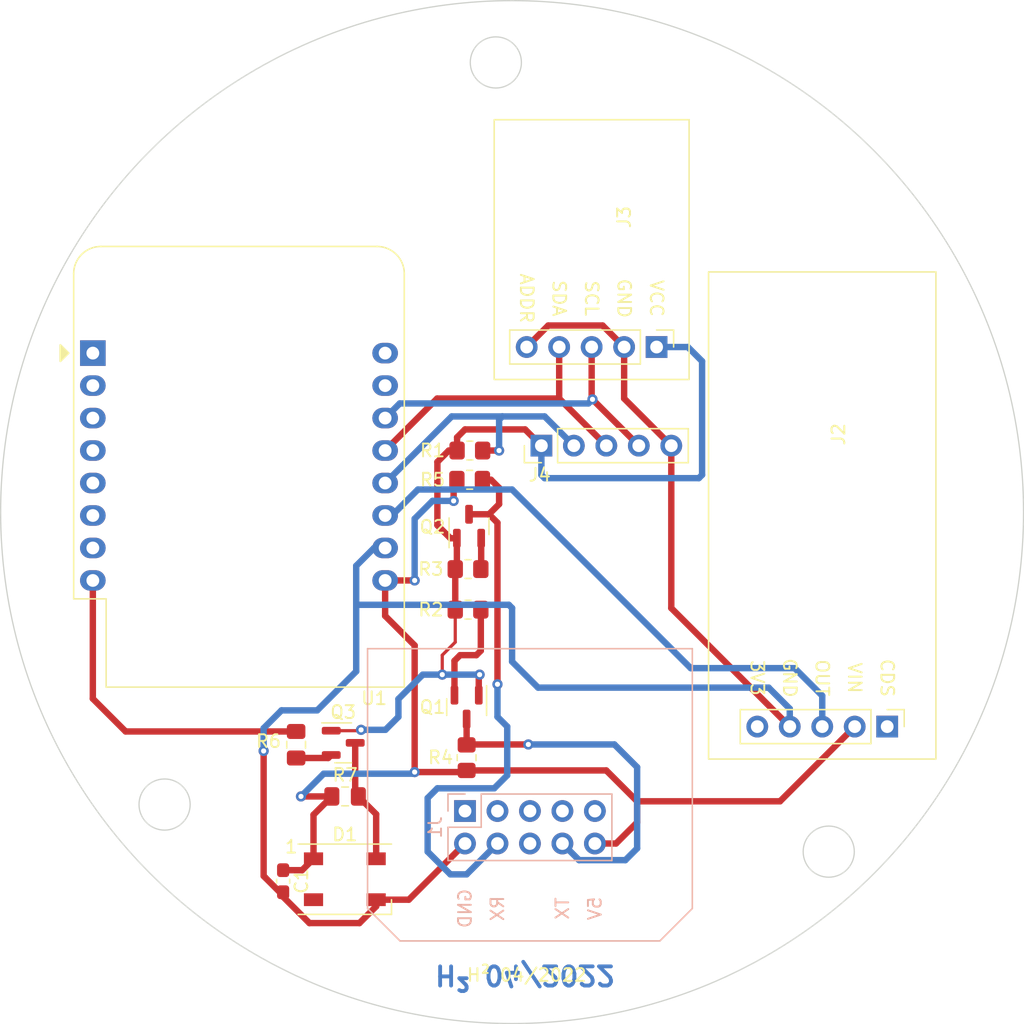
<source format=kicad_pcb>
(kicad_pcb (version 20211014) (generator pcbnew)
  (layers (0 "F.Cu" signal) (31 "B.Cu" signal) (34 "B.Paste" user) (35 "F.Paste" user) (36 "B.SilkS" user "B.Silkscreen") (37 "F.SilkS" user "F.Silkscreen") (38 "B.Mask" user) (39 "F.Mask" user) (44 "Edge.Cuts" user))
  (net 0 "")
  (net 1 "GND")
  (net 2 "Net-(D1-Pad4)")
  (net 5 "+5V")
  (net 11 "CDS")
  (net 12 "RCWL_OUT")
  (net 21 "RX_KNX")
  (net 22 "TX_KNX")
  (net 23 "+3V3")
  (net 24 "SEN_SCL")
  (net 25 "SEN_SDA")
  (net 26 "SEN_OW")
  (net 27 "ESP_RX")
  (net 28 "ESP_TX")
  (net 29 "NEOP")
  (net 30 "TX_ESP")
  (net 31 "RX_ESP")
  (footprint "H2Com:BH1750" (layer "F.Cu") (at 116.84 100.108 -90)
    (fp_text reference "J3" (at -22.86 2.54 90) (layer "F.SilkS"))
    (fp_text value "BH1750")
    (fp_text user "SCL" (at -16.51 5.08 -90 unlocked) (layer "F.SilkS"))
    (fp_text user "GND" (at -16.51 2.54 -90 unlocked) (layer "F.SilkS"))
    (fp_text user "VCC" (at -16.51 0 -90 unlocked) (layer "F.SilkS"))
    (fp_text user "SDA" (at -16.51 7.62 -90 unlocked) (layer "F.SilkS"))
    (fp_text user "ADDR" (at -16.51 10.16 -90 unlocked) (layer "F.SilkS"))
    (fp_line (start -14.03 1.27) (end -11.37 1.27) (layer "F.SilkS") (width 0.12))
    (fp_line (start -11.37 1.27) (end -11.37 11.49) (layer "F.SilkS") (width 0.12))
    (fp_line (start -14.03 -1.33) (end -12.7 -1.33) (layer "F.SilkS") (width 0.12))
    (fp_line (start -14.03 0) (end -14.03 -1.33) (layer "F.SilkS") (width 0.12))
    (fp_line (start -14.03 11.49) (end -11.37 11.49) (layer "F.SilkS") (width 0.12))
    (fp_line (start -14.03 1.27) (end -14.03 11.49) (layer "F.SilkS") (width 0.12))
    (fp_rect (start -30.48 -2.54) (end -10.16 12.7) (layer "F.SilkS") (width 0.12) (fill none))
    (pad "1" thru_hole rect (at -12.7 0 270) (size 1.7 1.7) (drill 1) (layers *.Cu *.Mask) (net 23 "+3V3"))
    (pad "2" thru_hole oval (at -12.7 2.54 270) (size 1.7 1.7) (drill 1) (layers *.Cu *.Mask) (net 1 "GND"))
    (pad "3" thru_hole oval (at -12.7 5.08 270) (size 1.7 1.7) (drill 1) (layers *.Cu *.Mask) (net 24 "SEN_SCL"))
    (pad "4" thru_hole oval (at -12.7 7.62 270) (size 1.7 1.7) (drill 1) (layers *.Cu *.Mask) (net 25 "SEN_SDA"))
    (pad "5" thru_hole oval (at -12.7 10.16 270) (size 1.7 1.7) (drill 1) (layers *.Cu *.Mask) (net 1 "GND"))
  )
  (footprint "Capacitor_SMD:C_0603_1608Metric_Pad1.08x0.95mm_HandSolder" (layer "F.Cu") (at 87.63 129.1855 -90)
    (fp_text reference "C1" (at 0 -1.43 90) (layer "F.SilkS"))
    (fp_text value "100n")
    (fp_line (start -0.146267 0.51) (end 0.146267 0.51) (layer "F.SilkS") (width 0.12))
    (fp_line (start -0.146267 -0.51) (end 0.146267 -0.51) (layer "F.SilkS") (width 0.12))
    (pad "1" smd roundrect locked (at -0.8625 0 270) (size 1.075 0.95) (layers "F.Cu" "F.Paste" "F.Mask") (net 5 "+5V"))
    (pad "2" smd roundrect locked (at 0.8625 0 270) (size 1.075 0.95) (layers "F.Cu" "F.Paste" "F.Mask") (net 1 "GND"))
  )
  (footprint "Resistor_SMD:R_0805_2012Metric_Pad1.20x1.40mm_HandSolder" (layer "F.Cu") (at 101.981 119.523 90)
    (fp_text reference "R4" (at 0.016 -2.032 180) (layer "F.SilkS"))
    (fp_text value "4k7")
    (fp_line (start -0.227064 -0.735) (end 0.227064 -0.735) (layer "F.SilkS") (width 0.12))
    (fp_line (start -0.227064 0.735) (end 0.227064 0.735) (layer "F.SilkS") (width 0.12))
    (pad "1" smd roundrect locked (at -1 0 90) (size 1.2 1.4) (layers "F.Cu" "F.Paste" "F.Mask") (roundrect_rratio 0.2083333333) (net 5 "+5V"))
    (pad "2" smd roundrect locked (at 1 0 90) (size 1.2 1.4) (layers "F.Cu" "F.Paste" "F.Mask") (roundrect_rratio 0.2083333333) (net 22 "TX_KNX"))
  )
  (footprint "Module:WEMOS_D1_mini_light" (layer "F.Cu") (at 72.748 87.884)
    (fp_text reference "U1" (at 22 27) (layer "F.SilkS"))
    (fp_text value "WeMos_D1_mini")
    (fp_line (start -1.5 19.22) (end -1.5 -6.21) (layer "F.SilkS") (width 0.12))
    (fp_line (start 1.04 26.12) (end 24.36 26.12) (layer "F.SilkS") (width 0.12))
    (fp_line (start 22.24 -8.34) (end 0.63 -8.34) (layer "F.SilkS") (width 0.12))
    (fp_line (start -1.5 19.22) (end 1.04 19.22) (layer "F.SilkS") (width 0.12))
    (fp_line (start 24.36 26.12) (end 24.36 -6.21) (layer "F.SilkS") (width 0.12))
    (fp_line (start 1.04 19.22) (end 1.04 26.12) (layer "F.SilkS") (width 0.12))
    (fp_arc (start 22.23 -8.34) (mid 23.736137 -7.716137) (end 24.36 -6.21) (layer "F.SilkS") (width 0.12))
    (fp_arc (start -1.5 -6.21) (mid -0.876137 -7.716137) (end 0.63 -8.34) (layer "F.SilkS") (width 0.12))
    (fp_poly (pts (xy -2.54 -0.635) (xy -2.54 0.635) (xy -1.905 0)) (layer "F.SilkS") (width 0.15) (fill solid))
    (pad "1" thru_hole rect locked (at 0 0) (size 2 2) (drill 1) (layers *.Cu *.Mask))
    (pad "2" thru_hole oval locked (at 0 2.54) (size 2 1.6) (drill 1) (layers *.Cu *.Mask))
    (pad "3" thru_hole oval locked (at 0 5.08) (size 2 1.6) (drill 1) (layers *.Cu *.Mask))
    (pad "4" thru_hole oval locked (at 0 7.62) (size 2 1.6) (drill 1) (layers *.Cu *.Mask))
    (pad "5" thru_hole oval locked (at 0 10.16) (size 2 1.6) (drill 1) (layers *.Cu *.Mask))
    (pad "6" thru_hole oval locked (at 0 12.7) (size 2 1.6) (drill 1) (layers *.Cu *.Mask))
    (pad "7" thru_hole oval locked (at 0 15.24) (size 2 1.6) (drill 1) (layers *.Cu *.Mask))
    (pad "8" thru_hole oval locked (at 0 17.78) (size 2 1.6) (drill 1) (layers *.Cu *.Mask) (net 23 "+3V3"))
    (pad "9" thru_hole oval locked (at 22.86 17.78) (size 2 1.6) (drill 1) (layers *.Cu *.Mask) (net 5 "+5V"))
    (pad "10" thru_hole oval locked (at 22.86 15.24) (size 2 1.6) (drill 1) (layers *.Cu *.Mask) (net 1 "GND"))
    (pad "11" thru_hole oval locked (at 22.86 12.7) (size 2 1.6) (drill 1) (layers *.Cu *.Mask) (net 12 "RCWL_OUT"))
    (pad "12" thru_hole oval locked (at 22.86 10.16) (size 2 1.6) (drill 1) (layers *.Cu *.Mask) (net 26 "SEN_OW"))
    (pad "13" thru_hole oval locked (at 22.86 7.62) (size 2 1.6) (drill 1) (layers *.Cu *.Mask) (net 25 "SEN_SDA"))
    (pad "14" thru_hole oval locked (at 22.86 5.08) (size 2 1.6) (drill 1) (layers *.Cu *.Mask) (net 24 "SEN_SCL"))
    (pad "15" thru_hole oval locked (at 22.86 2.54) (size 2 1.6) (drill 1) (layers *.Cu *.Mask) (net 30 "TX_ESP"))
    (pad "16" thru_hole oval locked (at 22.86 0) (size 2 1.6) (drill 1) (layers *.Cu *.Mask) (net 31 "RX_ESP"))
  )
  (footprint "H2Com:RCWL0516" (layer "F.Cu") (at 123.444 101.854 -90)
    (fp_text reference "J2" (at -7.62 -7.62 90) (layer "F.SilkS"))
    (fp_text value "RCWL-0516")
    (fp_text user "OUT" (at 11.43 -6.35 -90 unlocked) (layer "F.SilkS"))
    (fp_text user "GND" (at 11.43 -3.81 -90 unlocked) (layer "F.SilkS"))
    (fp_text user "3V3" (at 11.43 -1.27 -90 unlocked) (layer "F.SilkS"))
    (fp_text user "VIN" (at 11.43 -8.89 -90 unlocked) (layer "F.SilkS"))
    (fp_text user "CDS" (at 11.43 -11.43 -90 unlocked) (layer "F.SilkS"))
    (fp_line (start 13.91 -10.16) (end 16.57 -10.16) (layer "F.SilkS") (width 0.12))
    (fp_line (start 16.57 -10.16) (end 16.57 0.06) (layer "F.SilkS") (width 0.12))
    (fp_line (start 13.91 -12.76) (end 15.24 -12.76) (layer "F.SilkS") (width 0.12))
    (fp_line (start 13.91 0.06) (end 16.57 0.06) (layer "F.SilkS") (width 0.12))
    (fp_line (start 13.91 -10.16) (end 13.91 0.06) (layer "F.SilkS") (width 0.12))
    (fp_line (start 13.91 -11.43) (end 13.91 -12.76) (layer "F.SilkS") (width 0.12))
    (fp_rect (start -20.32 -15.24) (end 17.78 2.54) (layer "F.SilkS") (width 0.12) (fill none))
    (pad "1" thru_hole rect (at 15.24 -11.43 270) (size 1.7 1.7) (drill 1) (layers *.Cu *.Mask) (net 11 "CDS"))
    (pad "2" thru_hole oval (at 15.24 -8.89 270) (size 1.7 1.7) (drill 1) (layers *.Cu *.Mask) (net 5 "+5V"))
    (pad "3" thru_hole oval (at 15.24 -6.35 270) (size 1.7 1.7) (drill 1) (layers *.Cu *.Mask) (net 12 "RCWL_OUT"))
    (pad "4" thru_hole oval (at 15.24 -3.81 270) (size 1.7 1.7) (drill 1) (layers *.Cu *.Mask) (net 1 "GND"))
    (pad "5" thru_hole oval (at 15.24 -1.27 270) (size 1.7 1.7) (drill 1) (layers *.Cu *.Mask))
  )
  (footprint "Package_TO_SOT_SMD:SOT-23" (layer "F.Cu") (at 101.981 115.57 -90)
    (fp_text reference "Q1" (at 0 2.667 180) (layer "F.SilkS"))
    (fp_text value "BSS138")
    (fp_line (start 0 1.56) (end 0.65 1.56) (layer "F.SilkS") (width 0.12))
    (fp_line (start 0 -1.56) (end 0.65 -1.56) (layer "F.SilkS") (width 0.12))
    (fp_line (start 0 -1.56) (end -1.675 -1.56) (layer "F.SilkS") (width 0.12))
    (fp_line (start 0 1.56) (end -0.65 1.56) (layer "F.SilkS") (width 0.12))
    (pad "1" smd roundrect locked (at -0.9375 -0.95 270) (size 1.475 0.6) (layers "F.Cu" "F.Paste" "F.Mask") (net 23 "+3V3"))
    (pad "2" smd roundrect locked (at -0.9375 0.95 270) (size 1.475 0.6) (layers "F.Cu" "F.Paste" "F.Mask") (net 27 "ESP_RX"))
    (pad "3" smd roundrect locked (at 0.9375 0 270) (size 1.475 0.6) (layers "F.Cu" "F.Paste" "F.Mask") (net 22 "TX_KNX"))
  )
  (footprint "Capacitor_SMD:C_0805_2012Metric_Pad1.18x1.45mm_HandSolder" (layer "F.Cu") (at 92.4775 122.555)
    (fp_text reference "R7" (at 0 -1.68) (layer "F.SilkS"))
    (fp_text value "4k7")
    (fp_line (start -0.261252 -0.735) (end 0.261252 -0.735) (layer "F.SilkS") (width 0.12))
    (fp_line (start -0.261252 0.735) (end 0.261252 0.735) (layer "F.SilkS") (width 0.12))
    (pad "1" smd roundrect locked (at -1.0375 0) (size 1.175 1.45) (layers "F.Cu" "F.Paste" "F.Mask") (roundrect_rratio 0.2127659574) (net 5 "+5V"))
    (pad "2" smd roundrect locked (at 1.0375 0) (size 1.175 1.45) (layers "F.Cu" "F.Paste" "F.Mask") (roundrect_rratio 0.2127659574) (net 2 "Net-(D1-Pad4)"))
  )
  (footprint "Resistor_SMD:R_0805_2012Metric_Pad1.20x1.40mm_HandSolder" (layer "F.Cu") (at 102.092 107.95)
    (fp_text reference "R2" (at -2.905 0 180) (layer "F.SilkS"))
    (fp_text value "4k7")
    (fp_line (start -0.227064 -0.735) (end 0.227064 -0.735) (layer "F.SilkS") (width 0.12))
    (fp_line (start -0.227064 0.735) (end 0.227064 0.735) (layer "F.SilkS") (width 0.12))
    (pad "1" smd roundrect locked (at -1 0) (size 1.2 1.4) (layers "F.Cu" "F.Paste" "F.Mask") (roundrect_rratio 0.2083333333) (net 23 "+3V3"))
    (pad "2" smd roundrect locked (at 1 0) (size 1.2 1.4) (layers "F.Cu" "F.Paste" "F.Mask") (roundrect_rratio 0.2083333333) (net 27 "ESP_RX"))
  )
  (footprint "Resistor_SMD:R_0805_2012Metric_Pad1.20x1.40mm_HandSolder" (layer "F.Cu") (at 102.235 95.504)
    (fp_text reference "R1" (at -2.921 0) (layer "F.SilkS"))
    (fp_text value "10k")
    (fp_line (start -0.227064 0.735) (end 0.227064 0.735) (layer "F.SilkS") (width 0.12))
    (fp_line (start -0.227064 -0.735) (end 0.227064 -0.735) (layer "F.SilkS") (width 0.12))
    (pad "1" smd roundrect locked (at -1 0) (size 1.2 1.4) (layers "F.Cu" "F.Paste" "F.Mask") (roundrect_rratio 0.2083333333) (net 23 "+3V3"))
    (pad "2" smd roundrect locked (at 1 0) (size 1.2 1.4) (layers "F.Cu" "F.Paste" "F.Mask") (roundrect_rratio 0.2083333333) (net 26 "SEN_OW"))
  )
  (footprint "Capacitor_SMD:C_0805_2012Metric_Pad1.18x1.45mm_HandSolder" (layer "F.Cu") (at 88.646 118.5125 -90)
    (fp_text reference "R6" (at -0.2755 2.159 180) (layer "F.SilkS"))
    (fp_text value "4k7")
    (fp_line (start -0.261252 -0.735) (end 0.261252 -0.735) (layer "F.SilkS") (width 0.12))
    (fp_line (start -0.261252 0.735) (end 0.261252 0.735) (layer "F.SilkS") (width 0.12))
    (pad "1" smd roundrect locked (at -1.0375 0 270) (size 1.175 1.45) (layers "F.Cu" "F.Paste" "F.Mask") (roundrect_rratio 0.2127659574) (net 23 "+3V3"))
    (pad "2" smd roundrect locked (at 1.0375 0 270) (size 1.175 1.45) (layers "F.Cu" "F.Paste" "F.Mask") (roundrect_rratio 0.2127659574) (net 29 "NEOP"))
  )
  (footprint "Resistor_SMD:R_0805_2012Metric_Pad1.20x1.40mm_HandSolder" (layer "F.Cu") (at 102.219 97.79)
    (fp_text reference "R5" (at -2.905 0 180) (layer "F.SilkS"))
    (fp_text value "4k7")
    (fp_line (start -0.227064 -0.735) (end 0.227064 -0.735) (layer "F.SilkS") (width 0.12))
    (fp_line (start -0.227064 0.735) (end 0.227064 0.735) (layer "F.SilkS") (width 0.12))
    (pad "1" smd roundrect locked (at -1 0) (size 1.2 1.4) (layers "F.Cu" "F.Paste" "F.Mask") (roundrect_rratio 0.2083333333) (net 5 "+5V"))
    (pad "2" smd roundrect locked (at 1 0) (size 1.2 1.4) (layers "F.Cu" "F.Paste" "F.Mask") (roundrect_rratio 0.2083333333) (net 21 "RX_KNX"))
  )
  (footprint "LED_SMD:LED_WS2812B_PLCC4_5.0x5.0mm_P3.2mm" (layer "F.Cu") (at 92.456 129.032)
    (fp_text reference "D1" (at 0 -3.5) (layer "F.SilkS"))
    (fp_text value "WS2812B")
    (fp_text user "1" (at -4.191 -2.54) (layer "F.SilkS"))
    (fp_line (start -3.65 2.75) (end 3.65 2.75) (layer "F.SilkS") (width 0.12))
    (fp_line (start -3.65 -2.75) (end 3.65 -2.75) (layer "F.SilkS") (width 0.12))
    (fp_line (start 3.65 2.75) (end 3.65 1.6) (layer "F.SilkS") (width 0.12))
    (pad "1" smd rect locked (at -2.45 -1.6) (size 1.5 1) (layers "F.Cu" "F.Paste" "F.Mask") (net 5 "+5V"))
    (pad "2" smd rect locked (at -2.45 1.6) (size 1.5 1) (layers "F.Cu" "F.Paste" "F.Mask"))
    (pad "3" smd rect locked (at 2.45 1.6) (size 1.5 1) (layers "F.Cu" "F.Paste" "F.Mask") (net 1 "GND"))
    (pad "4" smd rect locked (at 2.45 -1.6) (size 1.5 1) (layers "F.Cu" "F.Paste" "F.Mask") (net 2 "Net-(D1-Pad4)"))
  )
  (footprint "Connector_PinHeader_2.54mm:PinHeader_1x05_P2.54mm_Vertical" (layer "F.Cu") (at 107.828 95.123 90)
    (fp_text reference "J4" (at -2.286 -0.127 180) (layer "F.SilkS"))
    (fp_text value "SENCON")
    (fp_line (start -1.33 1.27) (end -1.33 11.49) (layer "F.SilkS") (width 0.12))
    (fp_line (start -1.33 1.27) (end 1.33 1.27) (layer "F.SilkS") (width 0.12))
    (fp_line (start -1.33 11.49) (end 1.33 11.49) (layer "F.SilkS") (width 0.12))
    (fp_line (start 1.33 1.27) (end 1.33 11.49) (layer "F.SilkS") (width 0.12))
    (fp_line (start -1.33 -1.33) (end 0 -1.33) (layer "F.SilkS") (width 0.12))
    (fp_line (start -1.33 0) (end -1.33 -1.33) (layer "F.SilkS") (width 0.12))
    (pad "1" thru_hole rect locked (at 0 0 90) (size 1.7 1.7) (drill 1) (layers *.Cu *.Mask) (net 23 "+3V3"))
    (pad "2" thru_hole oval locked (at 0 2.54 90) (size 1.7 1.7) (drill 1) (layers *.Cu *.Mask) (net 26 "SEN_OW"))
    (pad "3" thru_hole oval locked (at 0 5.08 90) (size 1.7 1.7) (drill 1) (layers *.Cu *.Mask) (net 25 "SEN_SDA"))
    (pad "4" thru_hole oval locked (at 0 7.62 90) (size 1.7 1.7) (drill 1) (layers *.Cu *.Mask) (net 24 "SEN_SCL"))
    (pad "5" thru_hole oval locked (at 0 10.16 90) (size 1.7 1.7) (drill 1) (layers *.Cu *.Mask) (net 1 "GND"))
  )
  (footprint "Resistor_SMD:R_0805_2012Metric_Pad1.20x1.40mm_HandSolder" (layer "F.Cu") (at 102.092 104.775)
    (fp_text reference "R3" (at -2.905 0 180) (layer "F.SilkS"))
    (fp_text value "4k7")
    (fp_line (start -0.227064 -0.735) (end 0.227064 -0.735) (layer "F.SilkS") (width 0.12))
    (fp_line (start -0.227064 0.735) (end 0.227064 0.735) (layer "F.SilkS") (width 0.12))
    (pad "1" smd roundrect locked (at -1 0) (size 1.2 1.4) (layers "F.Cu" "F.Paste" "F.Mask") (roundrect_rratio 0.2083333333) (net 23 "+3V3"))
    (pad "2" smd roundrect locked (at 1 0) (size 1.2 1.4) (layers "F.Cu" "F.Paste" "F.Mask") (roundrect_rratio 0.2083333333) (net 28 "ESP_TX"))
  )
  (footprint "Package_TO_SOT_SMD:SOT-23" (layer "F.Cu") (at 92.329 118.364)
    (fp_text reference "Q3" (at 0 -2.4) (layer "F.SilkS"))
    (fp_text value "BSS138")
    (fp_line (start 0 -1.56) (end 0.65 -1.56) (layer "F.SilkS") (width 0.12))
    (fp_line (start 0 1.56) (end -0.65 1.56) (layer "F.SilkS") (width 0.12))
    (fp_line (start 0 1.56) (end 0.65 1.56) (layer "F.SilkS") (width 0.12))
    (fp_line (start 0 -1.56) (end -1.675 -1.56) (layer "F.SilkS") (width 0.12))
    (pad "1" smd roundrect locked (at -0.9375 -0.95) (size 1.475 0.6) (layers "F.Cu" "F.Paste" "F.Mask") (net 23 "+3V3"))
    (pad "2" smd roundrect locked (at -0.9375 0.95) (size 1.475 0.6) (layers "F.Cu" "F.Paste" "F.Mask") (net 29 "NEOP"))
    (pad "3" smd roundrect locked (at 0.9375 0) (size 1.475 0.6) (layers "F.Cu" "F.Paste" "F.Mask") (net 2 "Net-(D1-Pad4)"))
  )
  (footprint "Package_TO_SOT_SMD:SOT-23" (layer "F.Cu") (at 102.169 101.4245 90)
    (fp_text reference "Q2" (at -0.0485 -2.855 180) (layer "F.SilkS"))
    (fp_text value "BSS138")
    (fp_line (start 0 -1.56) (end -1.675 -1.56) (layer "F.SilkS") (width 0.12))
    (fp_line (start 0 1.56) (end 0.65 1.56) (layer "F.SilkS") (width 0.12))
    (fp_line (start 0 1.56) (end -0.65 1.56) (layer "F.SilkS") (width 0.12))
    (fp_line (start 0 -1.56) (end 0.65 -1.56) (layer "F.SilkS") (width 0.12))
    (pad "1" smd roundrect locked (at -0.9375 -0.95 90) (size 1.475 0.6) (layers "F.Cu" "F.Paste" "F.Mask") (net 23 "+3V3"))
    (pad "2" smd roundrect locked (at -0.9375 0.95 90) (size 1.475 0.6) (layers "F.Cu" "F.Paste" "F.Mask") (net 28 "ESP_TX"))
    (pad "3" smd roundrect locked (at 0.9375 0 90) (size 1.475 0.6) (layers "F.Cu" "F.Paste" "F.Mask") (net 21 "RX_KNX"))
  )
  (footprint "H2Com:TPUart" (layer "B.Cu") (at 101.854 126.238 -90)
    (fp_text reference "J1" (at -1.27 2.33 90) (layer "B.SilkS") (effects (justify mirror)))
    (fp_text value "TPUart")
    (fp_text user "GND" (at 5.08 0 90 unlocked) (layer "B.SilkS") (effects (justify mirror)))
    (fp_text user "RX" (at 5.08 -2.54 90 unlocked) (layer "B.SilkS") (effects (justify mirror)))
    (fp_text user "TX" (at 5.08 -7.62 90 unlocked) (layer "B.SilkS") (effects (justify mirror)))
    (fp_text user "5V" (at 5.08 -10.16 90 unlocked) (layer "B.SilkS") (effects (justify mirror)))
    (fp_line (start 7.62 -15.24) (end 5.08 -17.78) (layer "B.SilkS") (width 0.12))
    (fp_line (start 5.08 7.62) (end 7.62 5.08) (layer "B.SilkS") (width 0.12))
    (fp_line (start -1.27 -1.27) (end -1.27 1.33) (layer "B.SilkS") (width 0.12))
    (fp_line (start -15.24 -17.78) (end -15.24 7.62) (layer "B.SilkS") (width 0.12))
    (fp_line (start -3.87 0) (end -3.87 1.33) (layer "B.SilkS") (width 0.12))
    (fp_line (start 7.62 5.08) (end 7.62 -15.24) (layer "B.SilkS") (width 0.12))
    (fp_line (start -15.24 7.62) (end 5.08 7.62) (layer "B.SilkS") (width 0.12))
    (fp_line (start -3.87 -1.27) (end -3.87 -11.49) (layer "B.SilkS") (width 0.12))
    (fp_line (start -3.87 -1.27) (end -1.27 -1.27) (layer "B.SilkS") (width 0.12))
    (fp_line (start 1.33 1.33) (end 1.33 -11.49) (layer "B.SilkS") (width 0.12))
    (fp_line (start 5.08 -17.78) (end -15.24 -17.78) (layer "B.SilkS") (width 0.12))
    (fp_line (start -3.87 -11.49) (end 1.33 -11.49) (layer "B.SilkS") (width 0.12))
    (fp_line (start -1.27 1.33) (end 1.33 1.33) (layer "B.SilkS") (width 0.12))
    (fp_line (start -3.87 1.33) (end -2.54 1.33) (layer "B.SilkS") (width 0.12))
    (pad "1" thru_hole oval (at 0 0 270) (size 1.7 1.7) (drill 1) (layers *.Cu *.Mask) (net 1 "GND"))
    (pad "2" thru_hole oval (at 0 -2.54 270) (size 1.7 1.7) (drill 1) (layers *.Cu *.Mask) (net 21 "RX_KNX"))
    (pad "3" thru_hole oval (at 0 -5.08 270) (size 1.7 1.7) (drill 1) (layers *.Cu *.Mask))
    (pad "4" thru_hole oval (at 0 -7.62 270) (size 1.7 1.7) (drill 1) (layers *.Cu *.Mask) (net 22 "TX_KNX"))
    (pad "5" thru_hole oval (at 0 -10.16 270) (size 1.7 1.7) (drill 1) (layers *.Cu *.Mask) (net 5 "+5V"))
    (pad "6" thru_hole oval (at -2.54 -10.16 270) (size 1.7 1.7) (drill 1) (layers *.Cu *.Mask))
    (pad "7" thru_hole oval (at -2.54 -7.62 270) (size 1.7 1.7) (drill 1) (layers *.Cu *.Mask))
    (pad "8" thru_hole oval (at -2.54 -5.08 270) (size 1.7 1.7) (drill 1) (layers *.Cu *.Mask))
    (pad "9" thru_hole oval (at -2.54 -2.54 270) (size 1.7 1.7) (drill 1) (layers *.Cu *.Mask))
    (pad "10" thru_hole rect (at -2.54 0 270) (size 1.7 1.7) (drill 1) (layers *.Cu *.Mask))
  )
  (gr_circle (center 78.359 123.19) (end 80.359 123.19) (layer "Edge.Cuts") (width 0.1) (fill none))
  (gr_circle (center 104.267 65.151) (end 106.267 65.151) (layer "Edge.Cuts") (width 0.1) (fill none))
  (gr_circle (center 130.302 126.873) (end 132.302 126.873) (layer "Edge.Cuts") (width 0.1) (fill none))
  (gr_circle (center 105.537 100.317407) (end 145.537 100.317407) (layer "Edge.Cuts") (width 0.1) (fill none))
  (gr_text "H² 04/2022\n" (at 106.553 136.525 180) (layer "B.Cu") (effects (font (size 1.5 1.5) (thickness 0.3)) (justify mirror)))
  (gr_text "H² 04/2022\n" (at 106.68 136.525) (layer "F.SilkS") (effects (font (size 1 1))))
  (segment (start 89.685978 132.461) (end 93.599 132.461) (width 0.5) (layer "F.Cu") (net 1))
  (segment (start 117.988 95.123) (end 117.988 107.828) (width 0.5) (layer "F.Cu") (net 1))
  (segment (start 87.63 130.048) (end 87.376 130.048) (width 0.5) (layer "F.Cu") (net 1))
  (segment (start 112.617 85.725) (end 114.3 87.408) (width 0.5) (layer "F.Cu") (net 1))
  (segment (start 86.106 128.778) (end 86.106 118.999) (width 0.5) (layer "F.Cu") (net 1))
  (segment (start 117.988 107.828) (end 127.254 117.094) (width 0.5) (layer "F.Cu") (net 1))
  (segment (start 87.376 130.048) (end 86.233 128.905) (width 0.5) (layer "F.Cu") (net 1))
  (segment (start 86.233 128.905) (end 86.106 128.778) (width 0.5) (layer "F.Cu") (net 1))
  (segment (start 106.68 87.408) (end 108.363 85.725) (width 0.5) (layer "F.Cu") (net 1))
  (segment (start 93.599 132.461) (end 94.906 131.154) (width 0.5) (layer "F.Cu") (net 1))
  (segment (start 94.906 130.632) (end 97.46 130.632) (width 0.5) (layer "F.Cu") (net 1))
  (segment (start 114.3 87.408) (end 114.3 91.435) (width 0.5) (layer "F.Cu") (net 1))
  (segment (start 87.63 130.048) (end 87.63 130.405022) (width 0.5) (layer "F.Cu") (net 1))
  (segment (start 97.46 130.632) (end 101.854 126.238) (width 0.5) (layer "F.Cu") (net 1))
  (segment (start 108.363 85.725) (end 112.617 85.725) (width 0.5) (layer "F.Cu") (net 1))
  (segment (start 114.3 91.435) (end 117.988 95.123) (width 0.5) (layer "F.Cu") (net 1))
  (segment (start 87.63 130.405022) (end 89.685978 132.461) (width 0.5) (layer "F.Cu") (net 1))
  (segment (start 94.906 131.154) (end 94.906 130.632) (width 0.5) (layer "F.Cu") (net 1))
  (via (at 86.106 118.999) (size 0.8) (drill 0.4) (layers "F.Cu" "B.Cu") (net 1))
  (segment (start 87.503 115.824) (end 86.106 117.221) (width 0.5) (layer "B.Cu") (net 1))
  (segment (start 107.569 114.046) (end 105.537 112.014) (width 0.5) (layer "B.Cu") (net 1))
  (segment (start 93.345 107.569) (end 93.345 112.776) (width 0.5) (layer "B.Cu") (net 1))
  (segment (start 86.106 117.221) (end 86.106 118.999) (width 0.5) (layer "B.Cu") (net 1))
  (segment (start 90.297 115.824) (end 87.503 115.824) (width 0.5) (layer "B.Cu") (net 1))
  (segment (start 93.345 112.776) (end 90.297 115.824) (width 0.5) (layer "B.Cu") (net 1))
  (segment (start 93.345 104.521) (end 94.742 103.124) (width 0.5) (layer "B.Cu") (net 1))
  (segment (start 127.254 117.094) (end 127.254 115.697) (width 0.5) (layer "B.Cu") (net 1))
  (segment (start 93.345 107.569) (end 93.345 104.521) (width 0.5) (layer "B.Cu") (net 1))
  (segment (start 94.742 103.124) (end 95.608 103.124) (width 0.5) (layer "B.Cu") (net 1))
  (segment (start 127.254 115.697) (end 125.603 114.046) (width 0.5) (layer "B.Cu") (net 1))
  (segment (start 105.537 107.823) (end 105.283 107.569) (width 0.5) (layer "B.Cu") (net 1))
  (segment (start 125.603 114.046) (end 107.569 114.046) (width 0.5) (layer "B.Cu") (net 1))
  (segment (start 105.537 112.014) (end 105.537 107.823) (width 0.5) (layer "B.Cu") (net 1))
  (segment (start 105.283 107.569) (end 93.345 107.569) (width 0.5) (layer "B.Cu") (net 1))
  (segment (start 93.2665 118.364) (end 93.2665 122.3065) (width 0.5) (layer "F.Cu") (net 2))
  (segment (start 94.906 127.432) (end 94.906 123.946) (width 0.5) (layer "F.Cu") (net 2))
  (segment (start 94.906 123.946) (end 93.515 122.555) (width 0.5) (layer "F.Cu") (net 2))
  (segment (start 93.2665 122.3065) (end 93.515 122.555) (width 0.5) (layer "F.Cu") (net 2))
  (segment (start 126.492 122.936) (end 132.334 117.094) (width 0.5) (layer "F.Cu") (net 5))
  (segment (start 97.917 110.744) (end 95.608 108.435) (width 0.5) (layer "F.Cu") (net 5))
  (segment (start 115.316 124.587) (end 113.665 126.238) (width 0.5) (layer "F.Cu") (net 5))
  (segment (start 97.917 120.65) (end 101.854 120.65) (width 0.5) (layer "F.Cu") (net 5))
  (segment (start 89.115 128.323) (end 90.006 127.432) (width 0.5) (layer "F.Cu") (net 5))
  (segment (start 91.44 122.555) (end 89.027 122.555) (width 0.5) (layer "F.Cu") (net 5))
  (segment (start 90.006 123.989) (end 90.006 127.432) (width 0.5) (layer "F.Cu") (net 5))
  (segment (start 100.965 98.044) (end 101.219 97.79) (width 0.5) (layer "F.Cu") (net 5))
  (segment (start 101.854 120.65) (end 101.981 120.523) (width 0.5) (layer "F.Cu") (net 5))
  (segment (start 87.63 128.323) (end 89.115 128.323) (width 0.5) (layer "F.Cu") (net 5))
  (segment (start 95.608 108.435) (end 95.608 105.664) (width 0.5) (layer "F.Cu") (net 5))
  (segment (start 113.665 126.238) (end 112.014 126.238) (width 0.5) (layer "F.Cu") (net 5))
  (segment (start 100.965 99.441) (end 100.965 98.044) (width 0.5) (layer "F.Cu") (net 5))
  (segment (start 97.917 120.65) (end 97.917 110.744) (width 0.5) (layer "F.Cu") (net 5))
  (segment (start 91.44 122.555) (end 90.006 123.989) (width 0.5) (layer "F.Cu") (net 5))
  (segment (start 112.903 120.523) (end 115.316 122.936) (width 0.5) (layer "F.Cu") (net 5))
  (segment (start 115.316 123.063) (end 115.316 124.587) (width 0.5) (layer "F.Cu") (net 5))
  (segment (start 95.608 105.664) (end 97.917 105.664) (width 0.5) (layer "F.Cu") (net 5))
  (segment (start 101.981 120.523) (end 112.903 120.523) (width 0.5) (layer "F.Cu") (net 5))
  (segment (start 115.316 122.936) (end 126.492 122.936) (width 0.5) (layer "F.Cu") (net 5))
  (via (at 100.965 99.441) (size 0.8) (drill 0.4) (layers "F.Cu" "B.Cu") (net 5))
  (via (at 97.917 120.65) (size 0.8) (drill 0.4) (layers "F.Cu" "B.Cu") (net 5))
  (via (at 97.917 105.664) (size 0.8) (drill 0.4) (layers "F.Cu" "B.Cu") (net 5))
  (via (at 89.027 122.555) (size 0.8) (drill 0.4) (layers "F.Cu" "B.Cu") (net 5))
  (segment (start 99.314 99.441) (end 97.917 100.838) (width 0.5) (layer "B.Cu") (net 5))
  (segment (start 90.805 120.777) (end 89.027 122.555) (width 0.5) (layer "B.Cu") (net 5))
  (segment (start 100.965 99.441) (end 99.314 99.441) (width 0.5) (layer "B.Cu") (net 5))
  (segment (start 97.917 120.65) (end 97.79 120.777) (width 0.5) (layer "B.Cu") (net 5))
  (segment (start 97.79 120.777) (end 90.805 120.777) (width 0.5) (layer "B.Cu") (net 5))
  (segment (start 97.917 100.838) (end 97.917 105.664) (width 0.5) (layer "B.Cu") (net 5))
  (segment (start 127.635 112.522) (end 129.794 114.681) (width 0.5) (layer "B.Cu") (net 12))
  (segment (start 105.537 98.552) (end 119.507 112.522) (width 0.5) (layer "B.Cu") (net 12))
  (segment (start 95.608 100.584) (end 96.139 100.584) (width 0.5) (layer "B.Cu") (net 12))
  (segment (start 129.794 114.681) (end 129.794 117.094) (width 0.5) (layer "B.Cu") (net 12))
  (segment (start 119.507 112.522) (end 127.635 112.522) (width 0.5) (layer "B.Cu") (net 12))
  (segment (start 98.171 98.552) (end 105.537 98.552) (width 0.5) (layer "B.Cu") (net 12))
  (segment (start 96.139 100.584) (end 98.171 98.552) (width 0.5) (layer "B.Cu") (net 12))
  (segment (start 104.394 113.783) (end 104.394 101.152) (width 0.5) (layer "F.Cu") (net 21))
  (segment (start 104.521 99.695) (end 103.729 100.487) (width 0.5) (layer "F.Cu") (net 21))
  (segment (start 104.521 98.425) (end 104.521 99.695) (width 0.5) (layer "F.Cu") (net 21))
  (segment (start 104.394 101.152) (end 103.729 100.487) (width 0.5) (layer "F.Cu") (net 21))
  (segment (start 103.729 100.487) (end 102.169 100.487) (width 0.5) (layer "F.Cu") (net 21))
  (segment (start 103.886 97.79) (end 104.521 98.425) (width 0.5) (layer "F.Cu") (net 21))
  (segment (start 103.219 97.79) (end 103.886 97.79) (width 0.5) (layer "F.Cu") (net 21))
  (via (at 104.394 113.783) (size 0.8) (drill 0.4) (layers "F.Cu" "B.Cu") (net 21))
  (segment (start 104.394 116.332) (end 105.156 117.094) (width 0.5) (layer "B.Cu") (net 21))
  (segment (start 104.14 121.92) (end 99.695 121.92) (width 0.5) (layer "B.Cu") (net 21))
  (segment (start 105.156 120.904) (end 104.14 121.92) (width 0.5) (layer "B.Cu") (net 21))
  (segment (start 98.933 126.873) (end 100.711 128.651) (width 0.5) (layer "B.Cu") (net 21))
  (segment (start 99.695 121.92) (end 98.933 122.682) (width 0.5) (layer "B.Cu") (net 21))
  (segment (start 98.933 122.682) (end 98.933 126.873) (width 0.5) (layer "B.Cu") (net 21))
  (segment (start 105.156 117.094) (end 105.156 120.904) (width 0.5) (layer "B.Cu") (net 21))
  (segment (start 101.981 128.651) (end 104.394 126.238) (width 0.5) (layer "B.Cu") (net 21))
  (segment (start 100.711 128.651) (end 101.981 128.651) (width 0.5) (layer "B.Cu") (net 21))
  (segment (start 104.394 113.783) (end 104.394 116.332) (width 0.5) (layer "B.Cu") (net 21))
  (segment (start 102.013 118.491) (end 101.981 118.523) (width 0.5) (layer "F.Cu") (net 22))
  (segment (start 106.807 118.491) (end 102.013 118.491) (width 0.5) (layer "F.Cu") (net 22))
  (segment (start 101.981 116.5075) (end 101.981 118.523) (width 0.5) (layer "F.Cu") (net 22))
  (via (at 106.807 118.491) (size 0.8) (drill 0.4) (layers "F.Cu" "B.Cu") (net 22))
  (segment (start 115.316 120.269) (end 115.316 126.619) (width 0.5) (layer "B.Cu") (net 22))
  (segment (start 113.538 118.491) (end 115.316 120.269) (width 0.5) (layer "B.Cu") (net 22))
  (segment (start 115.316 126.619) (end 114.397489 127.537511) (width 0.5) (layer "B.Cu") (net 22))
  (segment (start 106.807 118.491) (end 113.538 118.491) (width 0.5) (layer "B.Cu") (net 22))
  (segment (start 110.773511 127.537511) (end 109.474 126.238) (width 0.5) (layer "B.Cu") (net 22))
  (segment (start 114.397489 127.537511) (end 110.773511 127.537511) (width 0.5) (layer "B.Cu") (net 22))
  (segment (start 72.748 114.912) (end 75.311 117.475) (width 0.5) (layer "F.Cu") (net 23))
  (segment (start 100.711 102.362) (end 101.219 102.362) (width 0.5) (layer "F.Cu") (net 23))
  (segment (start 106.558 93.853) (end 107.828 95.123) (width 0.5) (layer "F.Cu") (net 23))
  (segment (start 101.235 95.504) (end 100.584 95.504) (width 0.5) (layer "F.Cu") (net 23))
  (segment (start 101.092 104.775) (end 101.092 107.95) (width 0.5) (layer "F.Cu") (net 23))
  (segment (start 101.092 107.95) (end 101.092 110.49) (width 0.25) (layer "F.Cu") (net 23))
  (segment (start 101.235 94.472) (end 101.854 93.853) (width 0.5) (layer "F.Cu") (net 23))
  (segment (start 101.219 102.362) (end 101.219 104.648) (width 0.5) (layer "F.Cu") (net 23))
  (segment (start 91.3915 117.414) (end 93.66 117.414) (width 0.25) (layer "F.Cu") (net 23))
  (segment (start 101.092 110.49) (end 100.076 111.506) (width 0.25) (layer "F.Cu") (net 23))
  (segment (start 101.235 95.504) (end 101.235 94.472) (width 0.5) (layer "F.Cu") (net 23))
  (segment (start 100.584 95.504) (end 99.695 96.393) (width 0.5) (layer "F.Cu") (net 23))
  (segment (start 93.66 117.414) (end 93.726 117.348) (width 0.25) (layer "F.Cu") (net 23))
  (segment (start 99.695 96.393) (end 99.695 101.346) (width 0.5) (layer "F.Cu") (net 23))
  (segment (start 72.748 105.664) (end 72.748 114.912) (width 0.5) (layer "F.Cu") (net 23))
  (segment (start 101.219 104.648) (end 101.092 104.775) (width 0.5) (layer "F.Cu") (net 23))
  (segment (start 102.931 113.096) (end 102.997 113.03) (width 0.5) (layer "F.Cu") (net 23))
  (segment (start 102.931 114.6325) (end 102.931 113.096) (width 0.5) (layer "F.Cu") (net 23))
  (segment (start 100.076 111.506) (end 100.076 113.03) (width 0.25) (layer "F.Cu") (net 23))
  (segment (start 101.854 93.853) (end 106.558 93.853) (width 0.5) (layer "F.Cu") (net 23))
  (segment (start 99.695 101.346) (end 100.711 102.362) (width 0.5) (layer "F.Cu") (net 23))
  (segment (start 75.311 117.475) (end 88.646 117.475) (width 0.5) (layer "F.Cu") (net 23))
  (via (at 93.726 117.348) (size 0.8) (drill 0.4) (layers "F.Cu" "B.Cu") (net 23))
  (via (at 102.997 113.03) (size 0.8) (drill 0.4) (layers "F.Cu" "B.Cu") (net 23))
  (via (at 100.076 113.03) (size 0.8) (drill 0.4) (layers "F.Cu" "B.Cu") (net 23))
  (segment (start 98.425 113.157) (end 96.647 114.935) (width 0.5) (layer "B.Cu") (net 23))
  (segment (start 120.142 97.663) (end 108.077 97.663) (width 0.5) (layer "B.Cu") (net 23))
  (segment (start 102.997 113.03) (end 98.552 113.03) (width 0.5) (layer "B.Cu") (net 23))
  (segment (start 107.828 97.414) (end 107.828 95.123) (width 0.5) (layer "B.Cu") (net 23))
  (segment (start 95.631 117.348) (end 93.726 117.348) (width 0.5) (layer "B.Cu") (net 23))
  (segment (start 119.285 87.408) (end 120.396 88.519) (width 0.5) (layer "B.Cu") (net 23))
  (segment (start 120.396 97.409) (end 120.142 97.663) (width 0.5) (layer "B.Cu") (net 23))
  (segment (start 116.84 87.408) (end 119.285 87.408) (width 0.5) (layer "B.Cu") (net 23))
  (segment (start 108.077 97.663) (end 107.828 97.414) (width 0.5) (layer "B.Cu") (net 23))
  (segment (start 96.647 114.935) (end 96.647 116.332) (width 0.5) (layer "B.Cu") (net 23))
  (segment (start 96.647 116.332) (end 95.631 117.348) (width 0.5) (layer "B.Cu") (net 23))
  (segment (start 98.552 113.03) (end 98.425 113.157) (width 0.5) (layer "B.Cu") (net 23))
  (segment (start 120.396 88.519) (end 120.396 97.409) (width 0.5) (layer "B.Cu") (net 23))
  (segment (start 111.76 91.435) (end 111.76 87.408) (width 0.5) (layer "F.Cu") (net 24))
  (segment (start 111.826 91.501) (end 111.76 91.435) (width 0.5) (layer "F.Cu") (net 24))
  (segment (start 115.448 95.123) (end 111.826 91.501) (width 0.5) (layer "F.Cu") (net 24))
  (via (at 111.826 91.501) (size 0.8) (drill 0.4) (layers "F.Cu" "B.Cu") (net 24))
  (segment (start 111.506 91.821) (end 96.751 91.821) (width 0.5) (layer "B.Cu") (net 24))
  (segment (start 96.751 91.821) (end 95.608 92.964) (width 0.5) (layer "B.Cu") (net 24))
  (segment (start 111.826 91.501) (end 111.506 91.821) (width 0.5) (layer "B.Cu") (net 24))
  (segment (start 109.22 91.435) (end 99.677 91.435) (width 0.5) (layer "F.Cu") (net 25))
  (segment (start 112.908 95.123) (end 109.22 91.435) (width 0.5) (layer "F.Cu") (net 25))
  (segment (start 109.22 91.435) (end 109.22 87.408) (width 0.5) (layer "F.Cu") (net 25))
  (segment (start 99.677 91.435) (end 95.608 95.504) (width 0.5) (layer "F.Cu") (net 25))
  (segment (start 95.608 95.504) (end 95.885 95.504) (width 0.5) (layer "F.Cu") (net 25))
  (segment (start 103.235 95.504) (end 104.521 95.504) (width 0.5) (layer "F.Cu") (net 26))
  (via (at 104.521 95.504) (size 0.8) (drill 0.4) (layers "F.Cu" "B.Cu") (net 26))
  (segment (start 100.815 92.837) (end 95.608 98.044) (width 0.5) (layer "B.Cu") (net 26))
  (segment (start 110.368 95.123) (end 108.082 92.837) (width 0.5) (layer "B.Cu") (net 26))
  (segment (start 108.082 92.837) (end 104.775 92.837) (width 0.5) (layer "B.Cu") (net 26))
  (segment (start 104.521 93.091) (end 104.775 92.837) (width 0.5) (layer "B.Cu") (net 26))
  (segment (start 104.775 92.837) (end 100.815 92.837) (width 0.5) (layer "B.Cu") (net 26))
  (segment (start 104.521 95.504) (end 104.521 93.091) (width 0.5) (layer "B.Cu") (net 26))
  (segment (start 103.092 111.157) (end 103.092 107.95) (width 0.5) (layer "F.Cu") (net 27))
  (segment (start 101.031 111.948) (end 101.473 111.506) (width 0.5) (layer "F.Cu") (net 27))
  (segment (start 102.743 111.506) (end 103.092 111.157) (width 0.5) (layer "F.Cu") (net 27))
  (segment (start 101.031 114.6325) (end 101.031 111.948) (width 0.5) (layer "F.Cu") (net 27))
  (segment (start 101.473 111.506) (end 102.743 111.506) (width 0.5) (layer "F.Cu") (net 27))
  (segment (start 103.119 104.748) (end 103.092 104.775) (width 0.5) (layer "F.Cu") (net 28))
  (segment (start 103.119 102.362) (end 103.119 104.748) (width 0.5) (layer "F.Cu") (net 28))
  (segment (start 88.646 119.55) (end 91.1555 119.55) (width 0.5) (layer "F.Cu") (net 29))
  (segment (start 91.1555 119.55) (end 91.3915 119.314) (width 0.5) (layer "F.Cu") (net 29))
)
</source>
